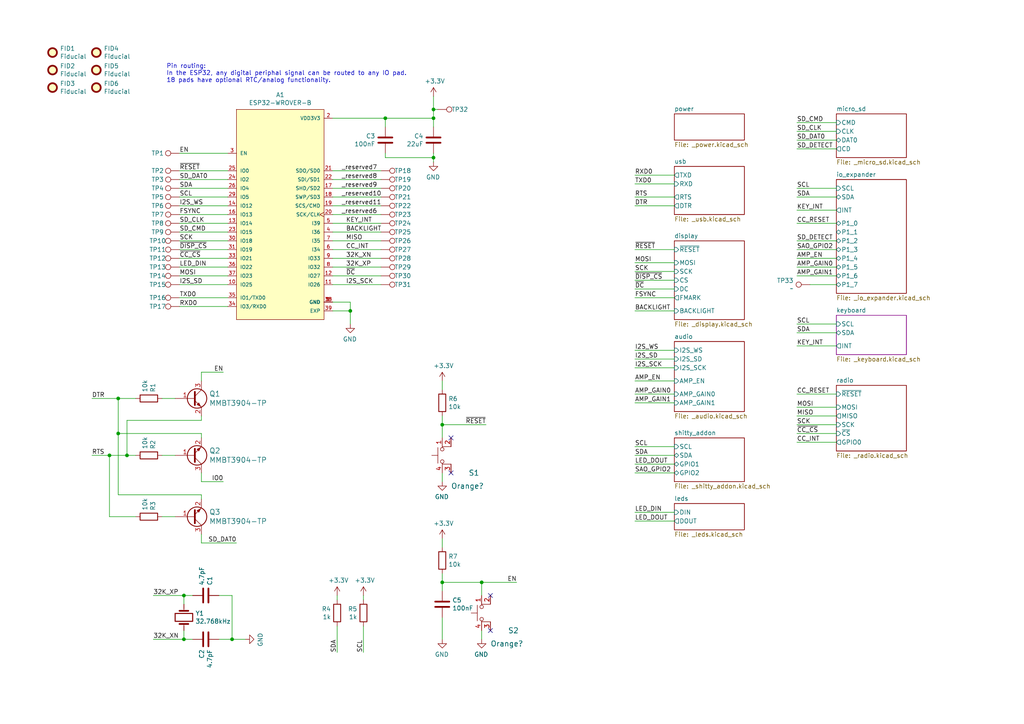
<source format=kicad_sch>
(kicad_sch (version 20230221) (generator eeschema)
  (paper "A4")
  (lib_symbols
    (symbol "Connector:TestPoint" (pin_numbers hide) (pin_names (offset 0.762) hide)
      (property "Reference" "TP" (at 0 6.858 0))
      (property "Value" "TestPoint" (at 0 5.08 0))
      (symbol "TestPoint_0_1"
        (circle (center 0 3.302) (radius 0.762))
      )
      (symbol "TestPoint_1_1"
        (pin passive line (at 0 0 90) (length 2.54) (name "1") (number "1"))
      )
    )
    (symbol "Device:C" (pin_numbers hide) (pin_names (offset 0.254))
      (property "Reference" "C" (at 0.635 2.54 0))
      (property "Value" "C" (at 0.635 -2.54 0))
      (symbol "C_0_1"
        (polyline (pts (xy -2.032 -0.762) (xy 2.032 -0.762)) (stroke (width 0.508)))
        (polyline (pts (xy -2.032 0.762) (xy 2.032 0.762)) (stroke (width 0.508)))
      )
      (symbol "C_1_1"
        (pin passive line (at 0 3.81 270) (length 2.794) (name "~") (number "1"))
        (pin passive line (at 0 -3.81 90) (length 2.794) (name "~") (number "2"))
      )
    )
    (symbol "Device:Crystal" (pin_numbers hide) (pin_names (offset 1.016) hide)
      (property "Reference" "Y" (at 0 3.81 0))
      (property "Value" "Crystal" (at 0 -3.81 0))
      (symbol "Crystal_0_1"
        (rectangle (start -1.143 2.54) (end 1.143 -2.54) (stroke (width 0.3048)))
        (polyline (pts (xy -2.54 0) (xy -1.905 0)))
        (polyline (pts (xy -1.905 -1.27) (xy -1.905 1.27)) (stroke (width 0.508)))
        (polyline (pts (xy 1.905 -1.27) (xy 1.905 1.27)) (stroke (width 0.508)))
        (polyline (pts (xy 2.54 0) (xy 1.905 0)))
      )
      (symbol "Crystal_1_1"
        (pin passive line (at -3.81 0 0) (length 1.27) (name "1") (number "1"))
        (pin passive line (at 3.81 0 180) (length 1.27) (name "2") (number "2"))
      )
    )
    (symbol "Device:Q_NPN_BEC" (pin_names (offset 0) hide)
      (property "Reference" "Q" (at 5.08 1.27 0))
      (property "Value" "Q_NPN_BEC" (at 5.08 -1.27 0))
      (symbol "Q_NPN_BEC_0_1"
        (polyline (pts (xy 0.635 0.635) (xy 2.54 2.54)))
        (polyline (pts (xy 0.635 -0.635) (xy 2.54 -2.54) (xy 2.54 -2.54)))
        (polyline (pts (xy 0.635 1.905) (xy 0.635 -1.905) (xy 0.635 -1.905)) (stroke (width 0.508)))
        (polyline (pts (xy 1.27 -1.778) (xy 1.778 -1.27) (xy 2.286 -2.286) (xy 1.27 -1.778) (xy 1.27 -1.778)) (fill (type outline)))
        (circle (center 1.27 0) (radius 2.8194) (stroke (width 0.254)))
      )
      (symbol "Q_NPN_BEC_1_1"
        (pin input line (at -5.08 0 0) (length 5.715) (name "B") (number "1"))
        (pin passive line (at 2.54 -5.08 90) (length 2.54) (name "E") (number "2"))
        (pin passive line (at 2.54 5.08 270) (length 2.54) (name "C") (number "3"))
      )
    )
    (symbol "Device:R" (pin_numbers hide) (pin_names (offset 0))
      (property "Reference" "R" (at 2.032 0 90))
      (property "Value" "R" (at 0 0 90))
      (symbol "R_0_1"
        (rectangle (start -1.016 -2.54) (end 1.016 2.54) (stroke (width 0.254)))
      )
      (symbol "R_1_1"
        (pin passive line (at 0 3.81 270) (length 1.27) (name "~") (number "1"))
        (pin passive line (at 0 -3.81 90) (length 1.27) (name "~") (number "2"))
      )
    )
    (symbol "Mechanical:Fiducial"
      (property "Reference" "FID" (at 0 5.08 0))
      (property "Value" "Fiducial" (at 0 3.175 0))
      (symbol "Fiducial_0_1"
        (circle (center 0 0) (radius 1.27) (stroke (width 0.508)) (fill (type background)))
      )
    )
    (symbol "Switch:SW_MEC_5E" (pin_names (offset 1.016) hide)
      (property "Reference" "SW" (at 0.635 5.715 0))
      (property "Value" "SW_MEC_5E" (at 0 -3.175 0))
      (symbol "SW_MEC_5E_0_1"
        (circle (center -1.778 2.54) (radius 0.508))
        (polyline (pts (xy -2.286 3.81) (xy 2.286 3.81)))
        (polyline (pts (xy 0 3.81) (xy 0 5.588)))
        (polyline (pts (xy -2.54 0) (xy -2.54 2.54) (xy -2.286 2.54)))
        (polyline (pts (xy 2.54 0) (xy 2.54 2.54) (xy 2.286 2.54)))
        (circle (center 1.778 2.54) (radius 0.508))
        (pin passive line (at -5.08 2.54 0) (length 2.54) (name "1") (number "1"))
        (pin passive line (at -5.08 0 0) (length 2.54) (name "2") (number "2"))
        (pin passive line (at 5.08 0 180) (length 2.54) (name "K") (number "3"))
        (pin passive line (at 5.08 2.54 180) (length 2.54) (name "A") (number "4"))
      )
    )
    (symbol "j_RF_Module:ESP32-WROVER-I" (pin_names (offset 1.016))
      (property "Reference" "A" (at -12.7 30.48 0))
      (property "Value" "ESP32-WROVER-I" (at -12.7254 -33.1216 0))
      (symbol "ESP32-WROVER-I_0_0"
        (pin power_in line (at 15.24 -25.4 180) (length 2.54) (name "GND") (number "1"))
        (pin bidirectional line (at -15.24 -20.32 0) (length 2.54) (name "IO25") (number "10"))
        (pin bidirectional line (at 15.24 -20.32 180) (length 2.54) (name "IO26") (number "11"))
        (pin bidirectional line (at 15.24 -17.78 180) (length 2.54) (name "IO27") (number "12"))
        (pin bidirectional line (at -15.24 -2.54 0) (length 2.54) (name "IO14") (number "13"))
        (pin bidirectional line (at -15.24 2.54 0) (length 2.54) (name "IO12") (number "14"))
        (pin power_in line (at 15.24 -25.4 180) (length 2.54) (name "GND") (number "15"))
        (pin bidirectional line (at -15.24 0 0) (length 2.54) (name "IO13") (number "16"))
        (pin bidirectional line (at 15.24 7.62 180) (length 2.54) (name "SHD/SD2") (number "17"))
        (pin bidirectional line (at 15.24 5.08 180) (length 2.54) (name "SWP/SD3") (number "18"))
        (pin bidirectional line (at 15.24 2.54 180) (length 2.54) (name "SCS/CMD") (number "19"))
        (pin power_in line (at 15.24 27.94 180) (length 2.54) (name "VDD3V3") (number "2"))
        (pin bidirectional clock (at 15.24 0 180) (length 2.54) (name "SCK/CLK") (number "20"))
        (pin bidirectional line (at 15.24 12.7 180) (length 2.54) (name "SDO/SD0") (number "21"))
        (pin bidirectional line (at 15.24 10.16 180) (length 2.54) (name "SDI/SD1") (number "22"))
        (pin bidirectional line (at -15.24 -5.08 0) (length 2.54) (name "IO15") (number "23"))
        (pin bidirectional line (at -15.24 10.16 0) (length 2.54) (name "IO2") (number "24"))
        (pin bidirectional line (at -15.24 12.7 0) (length 2.54) (name "IO0") (number "25"))
        (pin bidirectional line (at -15.24 7.62 0) (length 2.54) (name "IO4") (number "26"))
        (pin bidirectional line (at -15.24 5.08 0) (length 2.54) (name "IO5") (number "29"))
        (pin input line (at -15.24 17.78 0) (length 2.54) (name "EN") (number "3"))
        (pin bidirectional line (at -15.24 -7.62 0) (length 2.54) (name "IO18") (number "30"))
        (pin bidirectional line (at -15.24 -10.16 0) (length 2.54) (name "IO19") (number "31"))
        (pin bidirectional line (at -15.24 -12.7 0) (length 2.54) (name "IO21") (number "33"))
        (pin bidirectional line (at -15.24 -26.67 0) (length 2.54) (name "IO3/RXD0") (number "34"))
        (pin bidirectional line (at -15.24 -24.13 0) (length 2.54) (name "IO1/TXD0") (number "35"))
        (pin bidirectional line (at -15.24 -15.24 0) (length 2.54) (name "IO22") (number "36"))
        (pin bidirectional line (at -15.24 -17.78 0) (length 2.54) (name "IO23") (number "37"))
        (pin power_in line (at 15.24 -25.4 180) (length 2.54) (name "GND") (number "38"))
        (pin power_in line (at 15.24 -27.94 180) (length 2.54) (name "EXP") (number "39"))
        (pin input line (at 15.24 -5.08 180) (length 2.54) (name "I36") (number "4"))
        (pin input line (at 15.24 -2.54 180) (length 2.54) (name "I39") (number "5"))
        (pin input line (at 15.24 -10.16 180) (length 2.54) (name "I34") (number "6"))
        (pin input line (at 15.24 -7.62 180) (length 2.54) (name "I35") (number "7"))
        (pin bidirectional line (at 15.24 -15.24 180) (length 2.54) (name "IO32") (number "8"))
        (pin bidirectional line (at 15.24 -12.7 180) (length 2.54) (name "IO33") (number "9"))
      )
      (symbol "ESP32-WROVER-I_1_1"
        (rectangle (start -12.7 30.48) (end -12.7 30.48))
        (rectangle (start -12.7 30.48) (end 12.7 -30.48) (fill (type background)))
      )
    )
    (symbol "power:+3.3V" (power) (pin_names (offset 0))
      (property "Value" "+3.3V" (at 0 3.556 0))
      (symbol "+3.3V_0_1"
        (polyline (pts (xy -0.762 1.27) (xy 0 2.54)))
        (polyline (pts (xy 0 0) (xy 0 2.54)))
        (polyline (pts (xy 0 2.54) (xy 0.762 1.27)))
      )
      (symbol "+3.3V_1_1"
        (pin power_in line (at 0 0 90) (length 0) hide (name "+3.3V") (number "1"))
      )
    )
    (symbol "power:GND" (power) (pin_names (offset 0))
      (property "Value" "GND" (at 0 -3.81 0))
      (symbol "GND_0_1"
        (polyline (pts (xy 0 0) (xy 0 -1.27) (xy 1.27 -1.27) (xy 0 -2.54) (xy -1.27 -1.27) (xy 0 -1.27)))
      )
      (symbol "GND_1_1"
        (pin power_in line (at 0 0 270) (length 0) hide (name "GND") (number "1"))
      )
    )
  )
  (junction (at 128.27 168.91))
  (junction (at 128.27 123.19))
  (junction (at 34.29 115.57))
  (junction (at 125.73 31.75))
  (junction (at 101.6 90.17))
  (junction (at 125.73 45.72))
  (junction (at 53.34 185.42))
  (junction (at 67.31 185.42))
  (junction (at 125.73 34.29))
  (junction (at 36.83 132.08))
  (junction (at 53.34 172.72))
  (junction (at 139.7 168.91))
  (junction (at 111.76 34.29))
  (junction (at 34.29 125.73))
  (junction (at 31.75 132.08))
  (no_connect (at 130.81 127))
  (no_connect (at 142.24 182.88))
  (no_connect (at 130.81 137.16))
  (no_connect (at 142.24 172.72))
  (wire (pts (xy 195.58 129.54) (xy 184.15 129.54)))
  (wire (pts (xy 128.27 166.37) (xy 128.27 168.91)))
  (wire (pts (xy 242.57 120.65) (xy 231.14 120.65)))
  (wire (pts (xy 105.41 181.61) (xy 105.41 189.23)))
  (wire (pts (xy 125.73 46.99) (xy 125.73 45.72)))
  (wire (pts (xy 53.34 182.88) (xy 53.34 185.42)))
  (wire (pts (xy 55.88 185.42) (xy 53.34 185.42)))
  (wire (pts (xy 58.42 139.7) (xy 64.77 139.7)))
  (wire (pts (xy 242.57 72.39) (xy 231.14 72.39)))
  (wire (pts (xy 242.57 74.93) (xy 231.14 74.93)))
  (wire (pts (xy 52.07 82.55) (xy 66.04 82.55)))
  (wire (pts (xy 195.58 59.69) (xy 184.15 59.69)))
  (wire (pts (xy 67.31 185.42) (xy 67.31 172.72)))
  (wire (pts (xy 66.04 54.61) (xy 52.07 54.61)))
  (wire (pts (xy 184.15 57.15) (xy 195.58 57.15)))
  (wire (pts (xy 58.42 121.92) (xy 36.83 121.92)))
  (wire (pts (xy 96.52 57.15) (xy 110.49 57.15)))
  (wire (pts (xy 58.42 143.51) (xy 58.42 144.78)))
  (wire (pts (xy 58.42 107.95) (xy 64.77 107.95)))
  (wire (pts (xy 52.07 88.9) (xy 66.04 88.9)))
  (wire (pts (xy 50.8 149.86) (xy 46.99 149.86)))
  (wire (pts (xy 67.31 185.42) (xy 71.12 185.42)))
  (wire (pts (xy 184.15 132.08) (xy 195.58 132.08)))
  (wire (pts (xy 111.76 34.29) (xy 111.76 36.83)))
  (wire (pts (xy 66.04 67.31) (xy 52.07 67.31)))
  (wire (pts (xy 184.15 134.62) (xy 195.58 134.62)))
  (wire (pts (xy 231.14 60.96) (xy 242.57 60.96)))
  (wire (pts (xy 128.27 168.91) (xy 128.27 171.45)))
  (wire (pts (xy 128.27 137.16) (xy 128.27 139.7)))
  (wire (pts (xy 55.88 172.72) (xy 53.34 172.72)))
  (wire (pts (xy 128.27 156.21) (xy 128.27 158.75)))
  (wire (pts (xy 231.14 114.3) (xy 242.57 114.3)))
  (wire (pts (xy 125.73 44.45) (xy 125.73 45.72)))
  (wire (pts (xy 195.58 81.28) (xy 184.15 81.28)))
  (wire (pts (xy 195.58 110.49) (xy 184.15 110.49)))
  (wire (pts (xy 242.57 118.11) (xy 231.14 118.11)))
  (wire (pts (xy 139.7 168.91) (xy 139.7 172.72)))
  (wire (pts (xy 66.04 69.85) (xy 52.07 69.85)))
  (wire (pts (xy 96.52 54.61) (xy 110.49 54.61)))
  (wire (pts (xy 105.41 172.72) (xy 105.41 173.99)))
  (wire (pts (xy 242.57 82.55) (xy 234.95 82.55)))
  (wire (pts (xy 231.14 77.47) (xy 242.57 77.47)))
  (wire (pts (xy 67.31 172.72) (xy 63.5 172.72)))
  (wire (pts (xy 231.14 43.18) (xy 242.57 43.18)))
  (wire (pts (xy 231.14 35.56) (xy 242.57 35.56)))
  (wire (pts (xy 139.7 185.42) (xy 139.7 182.88)))
  (wire (pts (xy 96.52 62.23) (xy 110.49 62.23)))
  (wire (pts (xy 58.42 125.73) (xy 34.29 125.73)))
  (wire (pts (xy 231.14 38.1) (xy 242.57 38.1)))
  (wire (pts (xy 139.7 168.91) (xy 149.86 168.91)))
  (wire (pts (xy 52.07 86.36) (xy 66.04 86.36)))
  (wire (pts (xy 128.27 123.19) (xy 128.27 127)))
  (wire (pts (xy 58.42 143.51) (xy 34.29 143.51)))
  (wire (pts (xy 96.52 64.77) (xy 110.49 64.77)))
  (wire (pts (xy 34.29 125.73) (xy 34.29 115.57)))
  (wire (pts (xy 128.27 120.65) (xy 128.27 123.19)))
  (wire (pts (xy 195.58 72.39) (xy 184.15 72.39)))
  (wire (pts (xy 36.83 132.08) (xy 31.75 132.08)))
  (wire (pts (xy 184.15 137.16) (xy 195.58 137.16)))
  (wire (pts (xy 53.34 172.72) (xy 44.45 172.72)))
  (wire (pts (xy 96.52 59.69) (xy 110.49 59.69)))
  (wire (pts (xy 97.79 181.61) (xy 97.79 189.23)))
  (wire (pts (xy 58.42 125.73) (xy 58.42 127)))
  (wire (pts (xy 128.27 179.07) (xy 128.27 185.42)))
  (wire (pts (xy 195.58 76.2) (xy 184.15 76.2)))
  (wire (pts (xy 53.34 175.26) (xy 53.34 172.72)))
  (wire (pts (xy 39.37 132.08) (xy 36.83 132.08)))
  (wire (pts (xy 52.07 49.53) (xy 66.04 49.53)))
  (wire (pts (xy 66.04 74.93) (xy 52.07 74.93)))
  (wire (pts (xy 96.52 77.47) (xy 110.49 77.47)))
  (wire (pts (xy 184.15 114.3) (xy 195.58 114.3)))
  (wire (pts (xy 52.07 52.07) (xy 66.04 52.07)))
  (wire (pts (xy 96.52 69.85) (xy 110.49 69.85)))
  (wire (pts (xy 128.27 113.03) (xy 128.27 110.49)))
  (wire (pts (xy 96.52 67.31) (xy 110.49 67.31)))
  (wire (pts (xy 36.83 121.92) (xy 36.83 132.08)))
  (wire (pts (xy 66.04 64.77) (xy 52.07 64.77)))
  (wire (pts (xy 111.76 34.29) (xy 125.73 34.29)))
  (wire (pts (xy 195.58 104.14) (xy 184.15 104.14)))
  (wire (pts (xy 96.52 72.39) (xy 110.49 72.39)))
  (wire (pts (xy 111.76 44.45) (xy 111.76 45.72)))
  (wire (pts (xy 96.52 90.17) (xy 101.6 90.17)))
  (wire (pts (xy 111.76 45.72) (xy 125.73 45.72)))
  (wire (pts (xy 58.42 107.95) (xy 58.42 110.49)))
  (wire (pts (xy 58.42 137.16) (xy 58.42 139.7)))
  (wire (pts (xy 31.75 149.86) (xy 31.75 132.08)))
  (wire (pts (xy 66.04 72.39) (xy 52.07 72.39)))
  (wire (pts (xy 96.52 49.53) (xy 110.49 49.53)))
  (wire (pts (xy 195.58 151.13) (xy 184.15 151.13)))
  (wire (pts (xy 184.15 90.17) (xy 195.58 90.17)))
  (wire (pts (xy 53.34 185.42) (xy 44.45 185.42)))
  (wire (pts (xy 125.73 31.75) (xy 125.73 34.29)))
  (wire (pts (xy 242.57 125.73) (xy 231.14 125.73)))
  (wire (pts (xy 96.52 34.29) (xy 111.76 34.29)))
  (wire (pts (xy 101.6 90.17) (xy 101.6 93.98)))
  (wire (pts (xy 195.58 86.36) (xy 184.15 86.36)))
  (wire (pts (xy 101.6 87.63) (xy 101.6 90.17)))
  (wire (pts (xy 52.07 57.15) (xy 66.04 57.15)))
  (wire (pts (xy 52.07 44.45) (xy 66.04 44.45)))
  (wire (pts (xy 195.58 50.8) (xy 184.15 50.8)))
  (wire (pts (xy 66.04 77.47) (xy 52.07 77.47)))
  (wire (pts (xy 31.75 132.08) (xy 26.67 132.08)))
  (wire (pts (xy 128.27 168.91) (xy 139.7 168.91)))
  (wire (pts (xy 31.75 149.86) (xy 39.37 149.86)))
  (wire (pts (xy 96.52 80.01) (xy 110.49 80.01)))
  (wire (pts (xy 96.52 74.93) (xy 110.49 74.93)))
  (wire (pts (xy 34.29 115.57) (xy 26.67 115.57)))
  (wire (pts (xy 184.15 116.84) (xy 195.58 116.84)))
  (wire (pts (xy 242.57 128.27) (xy 231.14 128.27)))
  (wire (pts (xy 195.58 106.68) (xy 184.15 106.68)))
  (wire (pts (xy 34.29 115.57) (xy 39.37 115.57)))
  (wire (pts (xy 231.14 100.33) (xy 242.57 100.33)))
  (wire (pts (xy 195.58 78.74) (xy 184.15 78.74)))
  (wire (pts (xy 125.73 34.29) (xy 125.73 36.83)))
  (wire (pts (xy 231.14 57.15) (xy 242.57 57.15)))
  (wire (pts (xy 97.79 172.72) (xy 97.79 173.99)))
  (wire (pts (xy 128.27 123.19) (xy 140.97 123.19)))
  (wire (pts (xy 242.57 69.85) (xy 231.14 69.85)))
  (wire (pts (xy 231.14 96.52) (xy 242.57 96.52)))
  (wire (pts (xy 96.52 52.07) (xy 110.49 52.07)))
  (wire (pts (xy 58.42 154.94) (xy 58.42 157.48)))
  (wire (pts (xy 58.42 120.65) (xy 58.42 121.92)))
  (wire (pts (xy 66.04 59.69) (xy 52.07 59.69)))
  (wire (pts (xy 58.42 157.48) (xy 68.58 157.48)))
  (wire (pts (xy 231.14 80.01) (xy 242.57 80.01)))
  (wire (pts (xy 195.58 53.34) (xy 184.15 53.34)))
  (wire (pts (xy 50.8 115.57) (xy 46.99 115.57)))
  (wire (pts (xy 231.14 54.61) (xy 242.57 54.61)))
  (wire (pts (xy 242.57 123.19) (xy 231.14 123.19)))
  (wire (pts (xy 195.58 101.6) (xy 184.15 101.6)))
  (wire (pts (xy 66.04 80.01) (xy 52.07 80.01)))
  (wire (pts (xy 50.8 132.08) (xy 46.99 132.08)))
  (wire (pts (xy 231.14 93.98) (xy 242.57 93.98)))
  (wire (pts (xy 34.29 125.73) (xy 34.29 143.51)))
  (wire (pts (xy 127 31.75) (xy 125.73 31.75)))
  (wire (pts (xy 66.04 62.23) (xy 52.07 62.23)))
  (wire (pts (xy 242.57 64.77) (xy 231.14 64.77)))
  (wire (pts (xy 125.73 27.94) (xy 125.73 31.75)))
  (wire (pts (xy 231.14 40.64) (xy 242.57 40.64)))
  (wire (pts (xy 195.58 83.82) (xy 184.15 83.82)))
  (wire (pts (xy 110.49 82.55) (xy 96.52 82.55)))
  (wire (pts (xy 96.52 87.63) (xy 101.6 87.63)))
  (wire (pts (xy 195.58 148.59) (xy 184.15 148.59)))
  (wire (pts (xy 63.5 185.42) (xy 67.31 185.42)))
  (text "Pin routing:\nIn the ESP32, any digital periphal signal can be routed to any IO pad.\n18 pads have optional RTC/analog functionality." (at 48.26 24.13 0) (effects (font (size 1.27 1.27)) (justify left bottom)))
  (label "SD_CMD" (at 52.07 67.31 0))
  (label "~{RESET}" (at 184.15 72.39 0))
  (label "I2S_SCK" (at 100.33 82.55 0))
  (label "FSYNC" (at 52.07 62.23 0))
  (label "I2S_SD" (at 52.07 82.55 0))
  (label "AMP_EN" (at 184.15 110.49 0))
  (label "AMP_GAIN0" (at 231.14 77.47 0))
  (label "SD_CLK" (at 52.07 64.77 0))
  (label "EN" (at 64.77 107.95 180))
  (label "CC_RESET" (at 231.14 64.77 0))
  (label "SCL" (at 231.14 54.61 0))
  (label "SD_DAT0" (at 52.07 52.07 0))
  (label "~{RESET}" (at 140.97 123.19 180))
  (label "MOSI" (at 231.14 118.11 0))
  (label "LED_DOUT" (at 184.15 151.13 0))
  (label "DTR" (at 26.67 115.57 0))
  (label "~{CC_CS}" (at 52.07 74.93 0))
  (label "BACKLIGHT" (at 184.15 90.17 0))
  (label "KEY_INT" (at 231.14 100.33 0))
  (label "MISO" (at 231.14 120.65 0))
  (label "KEY_INT" (at 100.33 64.77 0))
  (label "SDA" (at 231.14 57.15 0))
  (label "AMP_GAIN1" (at 231.14 80.01 0))
  (label "SD_DETECT" (at 231.14 69.85 0))
  (label "EN" (at 52.07 44.45 0))
  (label "_reserved11" (at 99.06 59.69 0))
  (label "SCK" (at 231.14 123.19 0))
  (label "SCL" (at 184.15 129.54 0))
  (label "CC_INT" (at 231.14 128.27 0))
  (label "SCK" (at 52.07 69.85 0))
  (label "_reserved9" (at 99.06 54.61 0))
  (label "MISO" (at 100.33 69.85 0))
  (label "AMP_EN" (at 231.14 74.93 0))
  (label "_reserved6" (at 99.06 62.23 0))
  (label "MOSI" (at 52.07 80.01 0))
  (label "SDA" (at 52.07 54.61 0))
  (label "_reserved10" (at 99.06 57.15 0))
  (label "SDA" (at 231.14 96.52 0))
  (label "EN" (at 149.86 168.91 180))
  (label "IO0" (at 64.77 139.7 180))
  (label "SCL" (at 52.07 57.15 0))
  (label "SCL" (at 105.41 189.23 90))
  (label "_reserved7" (at 99.06 49.53 0))
  (label "MOSI" (at 184.15 76.2 0))
  (label "RTS" (at 184.15 57.15 0))
  (label "LED_DIN" (at 52.07 77.47 0))
  (label "I2S_WS" (at 184.15 101.6 0))
  (label "I2S_SD" (at 184.15 104.14 0))
  (label "~{CC_CS}" (at 231.14 125.73 0))
  (label "SD_DETECT" (at 231.14 43.18 0))
  (label "SDA" (at 97.79 189.23 90))
  (label "AMP_GAIN1" (at 184.15 116.84 0))
  (label "32K_XN" (at 44.45 185.42 0))
  (label "~{RESET}" (at 52.07 49.53 0))
  (label "RTS" (at 26.67 132.08 0))
  (label "I2S_WS" (at 52.07 59.69 0))
  (label "BACKLIGHT" (at 100.33 67.31 0))
  (label "~{DC}" (at 100.33 80.01 0))
  (label "~{DISP_CS}" (at 52.07 72.39 0))
  (label "I2S_SCK" (at 184.15 106.68 0))
  (label "DTR" (at 184.15 59.69 0))
  (label "LED_DIN" (at 184.15 148.59 0))
  (label "~{DISP_CS}" (at 184.15 81.28 0))
  (label "32K_XN" (at 100.33 74.93 0))
  (label "SD_CMD" (at 231.14 35.56 0))
  (label "~{DC}" (at 184.15 83.82 0))
  (label "SD_DAT0" (at 231.14 40.64 0))
  (label "SAO_GPIO2" (at 184.15 137.16 0))
  (label "32K_XP" (at 44.45 172.72 0))
  (label "LED_DOUT" (at 184.15 134.62 0))
  (label "CC_RESET" (at 231.14 114.3 0))
  (label "SDA" (at 184.15 132.08 0))
  (label "SD_CLK" (at 231.14 38.1 0))
  (label "SAO_GPIO2" (at 231.14 72.39 0))
  (label "SD_DAT0" (at 68.58 157.48 180))
  (label "RXD0" (at 52.07 88.9 0))
  (label "CC_INT" (at 100.33 72.39 0))
  (label "KEY_INT" (at 231.14 60.96 0))
  (label "_reserved8" (at 99.06 52.07 0))
  (label "AMP_GAIN0" (at 184.15 114.3 0))
  (label "FSYNC" (at 184.15 86.36 0))
  (label "TXD0" (at 52.07 86.36 0))
  (label "SCL" (at 231.14 93.98 0))
  (label "SCK" (at 184.15 78.74 0))
  (label "32K_XP" (at 100.33 77.47 0))
  (label "RXD0" (at 184.15 50.8 0))
  (label "TXD0" (at 184.15 53.34 0))
  (symbol (lib_id "j_RF_Module:ESP32-WROVER-I") (at 81.28 62.23 0) (unit 1)
    (property "Reference" "A1" (at 81.28 27.5082 0))
    (property "Value" "ESP32-WROVER-B" (at 81.28 29.8196 0))
    (property "Footprint" "XCVR_ESP32-WROVER-I" (effects hide))
    (property "Datasheet" "Module Espressif Systems" (effects hide))
    (property "Field4" "https://www.digikey.com/product-detail/en/espressif-systems/ESP32-WROVER-I/1904-1008-1-ND/8544303?utm_source=snapeda&utm_medium=aggregator&utm_campaign=symbol" (effects hide))
    (property "MPN" "ESP32-WROVER-B" (effects hide))
    (property "Field6" "Module: combo; GPIO, I2C x2, I2S x2, SDIO, SPI x3, UART x3; U.FL" (effects hide))
    (property "Manufacturer" "Espressif" (effects hide))
    (property "Field8" "1904-1008-1-ND" (effects hide))
    (property "LCSC" "C503591" (effects hide))
  )
  (symbol (lib_id "power:+3.3V") (at 97.79 172.72 0) (unit 1)
    (property "Reference" "#PWR02" (effects hide))
    (property "Value" "+3.3V" (at 98.171 168.3258 0))
  )
  (symbol (lib_id "Device:R") (at 97.79 177.8 0) (mirror y) (unit 1)
    (property "Reference" "R4" (at 96.012 176.6316 0) (effects (justify left)))
    (property "Value" "1k" (at 96.012 178.943 0) (effects (justify left)))
    (property "Footprint" "Resistor_SMD:R_0402_1005Metric" (effects hide))
  )
  (symbol (lib_id "Device:R") (at 105.41 177.8 0) (mirror y) (unit 1)
    (property "Reference" "R5" (at 103.632 176.6316 0) (effects (justify left)))
    (property "Value" "1k" (at 103.632 178.943 0) (effects (justify left)))
    (property "Footprint" "Resistor_SMD:R_0402_1005Metric" (effects hide))
  )
  (symbol (lib_id "power:+3.3V") (at 105.41 172.72 0) (unit 1)
    (property "Reference" "#PWR04" (effects hide))
    (property "Value" "+3.3V" (at 105.791 168.3258 0))
  )
  (symbol (lib_id "power:+3.3V") (at 128.27 156.21 0) (unit 1)
    (property "Reference" "#PWR09" (effects hide))
    (property "Value" "+3.3V" (at 128.651 151.8158 0))
  )
  (symbol (lib_id "Device:R") (at 128.27 162.56 0) (unit 1)
    (property "Reference" "R7" (at 130.048 161.3916 0) (effects (justify left)))
    (property "Value" "10k" (at 130.048 163.703 0) (effects (justify left)))
    (property "Footprint" "Resistor_SMD:R_0402_1005Metric" (effects hide))
  )
  (symbol (lib_id "Device:Q_NPN_BEC") (at 55.88 115.57 0) (unit 1)
    (property "Reference" "Q1" (at 60.6552 114.2238 0) (effects (font (size 1.524 1.524)) (justify left)))
    (property "Value" "MMBT3904-TP" (at 60.6552 116.9162 0) (effects (font (size 1.524 1.524)) (justify left)))
    (property "Footprint" "digikey-footprints:SOT-23-3" (effects hide))
    (property "Digi-Key_PN" "MMBT3904TPMSCT-ND" (effects hide))
    (property "MPN" "MMBT3904-TP" (effects hide))
    (property "Category" "Discrete Semiconductor Products" (effects hide))
    (property "Family" "Transistors - Bipolar (BJT) - Single" (effects hide))
    (property "DK_Datasheet_Link" "http://www.mccsemi.com/up_pdf/MMBT3904(SOT-23).pdf" (effects hide))
    (property "DK_Detail_Page" "/product-detail/en/micro-commercial-co/MMBT3904-TP/MMBT3904TPMSCT-ND/717395" (effects hide))
    (property "Description" "TRANS NPN 40V 0.2A SOT23" (effects hide))
    (property "Manufacturer" "Micro Commercial Co" (effects hide))
    (property "Status" "Active" (effects hide))
    (property "LCSC" "C909754" (effects hide))
  )
  (symbol (lib_id "Device:Q_NPN_BEC") (at 55.88 132.08 0) (mirror x) (unit 1)
    (property "Reference" "Q2" (at 60.6552 130.7338 0) (effects (font (size 1.524 1.524)) (justify left)))
    (property "Value" "MMBT3904-TP" (at 60.6552 133.4262 0) (effects (font (size 1.524 1.524)) (justify left)))
    (property "Footprint" "digikey-footprints:SOT-23-3" (effects hide))
    (property "Digi-Key_PN" "MMBT3904TPMSCT-ND" (effects hide))
    (property "MPN" "MMBT3904-TP" (effects hide))
    (property "Category" "Discrete Semiconductor Products" (effects hide))
    (property "Family" "Transistors - Bipolar (BJT) - Single" (effects hide))
    (property "DK_Datasheet_Link" "http://www.mccsemi.com/up_pdf/MMBT3904(SOT-23).pdf" (effects hide))
    (property "DK_Detail_Page" "/product-detail/en/micro-commercial-co/MMBT3904-TP/MMBT3904TPMSCT-ND/717395" (effects hide))
    (property "Description" "TRANS NPN 40V 0.2A SOT23" (effects hide))
    (property "Manufacturer" "Micro Commercial Co" (effects hide))
    (property "Status" "Active" (effects hide))
    (property "LCSC" "C909754" (effects hide))
  )
  (symbol (lib_id "Device:R") (at 43.18 115.57 270) (mirror x) (unit 1)
    (property "Reference" "R1" (at 44.3484 113.792 0) (effects (justify left)))
    (property "Value" "10k" (at 42.037 113.792 0) (effects (justify left)))
    (property "Footprint" "Resistor_SMD:R_0402_1005Metric" (effects hide))
  )
  (symbol (lib_id "Device:Crystal") (at 53.34 179.07 270) (unit 1)
    (property "Reference" "Y1" (at 56.6674 177.9016 90) (effects (justify left)))
    (property "Value" "32.768kHz" (at 56.6674 180.213 90) (effects (justify left)))
    (property "Footprint" "Crystal:Crystal_SMD_3215-2Pin_3.2x1.5mm" (effects hide))
    (property "MPN" "Q13FC1350000200" (effects hide))
    (property "LCSC" "C48615" (effects hide))
    (property "Manufacturer" "Seiko Epson" (effects hide))
  )
  (symbol (lib_id "Device:C") (at 59.69 172.72 270) (mirror x) (unit 1)
    (property "Reference" "C1" (at 60.8584 169.799 0) (effects (justify left)))
    (property "Value" "4.7pF" (at 58.547 169.799 0) (effects (justify left)))
    (property "Footprint" "Capacitor_SMD:C_0402_1005Metric" (effects hide))
    (property "Tempco" "C0G" (effects hide))
  )
  (symbol (lib_id "Device:Q_NPN_BEC") (at 55.88 149.86 0) (mirror x) (unit 1)
    (property "Reference" "Q3" (at 60.6552 148.5138 0) (effects (font (size 1.524 1.524)) (justify left)))
    (property "Value" "MMBT3904-TP" (at 60.6552 151.2062 0) (effects (font (size 1.524 1.524)) (justify left)))
    (property "Footprint" "digikey-footprints:SOT-23-3" (effects hide))
    (property "Digi-Key_PN" "MMBT3904TPMSCT-ND" (effects hide))
    (property "MPN" "MMBT3904-TP" (effects hide))
    (property "Category" "Discrete Semiconductor Products" (effects hide))
    (property "Family" "Transistors - Bipolar (BJT) - Single" (effects hide))
    (property "DK_Datasheet_Link" "http://www.mccsemi.com/up_pdf/MMBT3904(SOT-23).pdf" (effects hide))
    (property "DK_Detail_Page" "/product-detail/en/micro-commercial-co/MMBT3904-TP/MMBT3904TPMSCT-ND/717395" (effects hide))
    (property "Description" "TRANS NPN 40V 0.2A SOT23" (effects hide))
    (property "Manufacturer" "Micro Commercial Co" (effects hide))
    (property "Status" "Active" (effects hide))
    (property "LCSC" "C909754" (effects hide))
  )
  (symbol (lib_id "Device:R") (at 43.18 149.86 270) (mirror x) (unit 1)
    (property "Reference" "R3" (at 44.3484 148.082 0) (effects (justify left)))
    (property "Value" "10k" (at 42.037 148.082 0) (effects (justify left)))
    (property "Footprint" "Resistor_SMD:R_0402_1005Metric" (effects hide))
  )
  (symbol (lib_id "Connector:TestPoint") (at 52.07 44.45 90) (unit 1)
    (property "Reference" "TP1" (at 45.72 44.45 90))
    (property "Footprint" "jeffmakes_footprints:test-pad-1.4-TH" (effects hide))
  )
  (symbol (lib_id "Connector:TestPoint") (at 52.07 49.53 90) (unit 1)
    (property "Reference" "TP2" (at 45.72 49.53 90))
    (property "Footprint" "jeffmakes_footprints:test-pad-1.4-TH" (effects hide))
  )
  (symbol (lib_id "Connector:TestPoint") (at 52.07 52.07 90) (unit 1)
    (property "Reference" "TP3" (at 45.72 52.07 90))
    (property "Footprint" "jeffmakes_footprints:test-pad-1.4-TH" (effects hide))
  )
  (symbol (lib_id "Connector:TestPoint") (at 52.07 54.61 90) (unit 1)
    (property "Reference" "TP4" (at 45.72 54.61 90))
    (property "Footprint" "jeffmakes_footprints:test-pad-1.4-TH" (effects hide))
  )
  (symbol (lib_id "Connector:TestPoint") (at 52.07 57.15 90) (unit 1)
    (property "Reference" "TP5" (at 45.72 57.15 90))
    (property "Footprint" "jeffmakes_footprints:test-pad-1.4-TH" (effects hide))
  )
  (symbol (lib_id "Connector:TestPoint") (at 52.07 67.31 90) (unit 1)
    (property "Reference" "TP9" (at 45.72 67.31 90))
    (property "Footprint" "jeffmakes_footprints:test-pad-1.4-TH" (effects hide))
  )
  (symbol (lib_id "Connector:TestPoint") (at 52.07 69.85 90) (unit 1)
    (property "Reference" "TP10" (at 45.72 69.85 90))
    (property "Footprint" "jeffmakes_footprints:test-pad-1.4-TH" (effects hide))
  )
  (symbol (lib_id "Connector:TestPoint") (at 52.07 72.39 90) (unit 1)
    (property "Reference" "TP11" (at 45.72 72.39 90))
    (property "Footprint" "jeffmakes_footprints:test-pad-1.4-TH" (effects hide))
  )
  (symbol (lib_id "Connector:TestPoint") (at 52.07 74.93 90) (unit 1)
    (property "Reference" "TP12" (at 45.72 74.93 90))
    (property "Footprint" "jeffmakes_footprints:test-pad-1.4-TH" (effects hide))
  )
  (symbol (lib_id "Connector:TestPoint") (at 52.07 80.01 90) (unit 1)
    (property "Reference" "TP14" (at 45.72 80.01 90))
    (property "Footprint" "jeffmakes_footprints:test-pad-1.4-TH" (effects hide))
  )
  (symbol (lib_id "Connector:TestPoint") (at 110.49 62.23 270) (unit 1)
    (property "Reference" "TP23" (at 116.84 62.23 90))
    (property "Footprint" "jeffmakes_footprints:test-pad-1.4-TH" (effects hide))
  )
  (symbol (lib_id "Connector:TestPoint") (at 110.49 67.31 270) (unit 1)
    (property "Reference" "TP25" (at 116.84 67.31 90))
    (property "Footprint" "jeffmakes_footprints:test-pad-1.4-TH" (effects hide))
  )
  (symbol (lib_id "Connector:TestPoint") (at 110.49 69.85 270) (unit 1)
    (property "Reference" "TP26" (at 116.84 69.85 90))
    (property "Footprint" "jeffmakes_footprints:test-pad-1.4-TH" (effects hide))
  )
  (symbol (lib_id "Connector:TestPoint") (at 110.49 74.93 270) (unit 1)
    (property "Reference" "TP28" (at 116.84 74.93 90))
    (property "Footprint" "jeffmakes_footprints:test-pad-1.4-TH" (effects hide))
  )
  (symbol (lib_id "Connector:TestPoint") (at 110.49 77.47 270) (unit 1)
    (property "Reference" "TP29" (at 116.84 77.47 90))
    (property "Footprint" "jeffmakes_footprints:test-pad-1.4-TH" (effects hide))
  )
  (symbol (lib_id "Connector:TestPoint") (at 110.49 80.01 270) (unit 1)
    (property "Reference" "TP30" (at 116.84 80.01 90))
    (property "Footprint" "jeffmakes_footprints:test-pad-1.4-TH" (effects hide))
  )
  (symbol (lib_id "Connector:TestPoint") (at 110.49 82.55 270) (unit 1)
    (property "Reference" "TP31" (at 116.84 82.55 90))
    (property "Footprint" "jeffmakes_footprints:test-pad-1.4-TH" (effects hide))
  )
  (symbol (lib_id "Mechanical:Fiducial") (at 15.24 15.24 0) (unit 1)
    (property "Reference" "FID1" (at 17.399 14.0716 0) (effects (justify left)))
    (property "Value" "Fiducial" (at 17.399 16.383 0) (effects (justify left)))
    (property "Footprint" "Fiducial:Fiducial_1mm_Mask2mm" (effects hide))
  )
  (symbol (lib_id "Mechanical:Fiducial") (at 15.24 20.32 0) (unit 1)
    (property "Reference" "FID2" (at 17.399 19.1516 0) (effects (justify left)))
    (property "Value" "Fiducial" (at 17.399 21.463 0) (effects (justify left)))
    (property "Footprint" "Fiducial:Fiducial_1mm_Mask2mm" (effects hide))
  )
  (symbol (lib_id "Mechanical:Fiducial") (at 15.24 25.4 0) (unit 1)
    (property "Reference" "FID3" (at 17.399 24.2316 0) (effects (justify left)))
    (property "Value" "Fiducial" (at 17.399 26.543 0) (effects (justify left)))
    (property "Footprint" "Fiducial:Fiducial_1mm_Mask2mm" (effects hide))
  )
  (symbol (lib_id "Mechanical:Fiducial") (at 27.94 15.24 0) (unit 1)
    (property "Reference" "FID4" (at 30.099 14.0716 0) (effects (justify left)))
    (property "Value" "Fiducial" (at 30.099 16.383 0) (effects (justify left)))
    (property "Footprint" "Fiducial:Fiducial_1mm_Mask2mm" (effects hide))
  )
  (symbol (lib_id "Mechanical:Fiducial") (at 27.94 20.32 0) (unit 1)
    (property "Reference" "FID5" (at 30.099 19.1516 0) (effects (justify left)))
    (property "Value" "Fiducial" (at 30.099 21.463 0) (effects (justify left)))
    (property "Footprint" "Fiducial:Fiducial_1mm_Mask2mm" (effects hide))
  )
  (symbol (lib_id "Mechanical:Fiducial") (at 27.94 25.4 0) (unit 1)
    (property "Reference" "FID6" (at 30.099 24.2316 0) (effects (justify left)))
    (property "Value" "Fiducial" (at 30.099 26.543 0) (effects (justify left)))
    (property "Footprint" "Fiducial:Fiducial_1mm_Mask2mm" (effects hide))
  )
  (symbol (lib_id "Switch:SW_MEC_5E") (at 130.81 132.08 90) (mirror x) (unit 1)
    (property "Reference" "S1" (at 135.89 137.16 90) (effects (font (size 1.524 1.524)) (justify right)))
    (property "Value" "Orange?" (at 130.81 140.97 90) (effects (font (size 1.524 1.524)) (justify right)))
    (property "Footprint" "digikey-footprints:Switch_Tactile_SMD_6x6mm_PTS645" (effects hide))
    (property "Datasheet" "http://www.apem.com/int/index.php?controller=attachment&id_attachment=1371" (effects hide))
    (property "Digi-Key_PN" "CKN9112CT-ND" (effects hide))
    (property "Category" "Switches" (effects hide))
    (property "Family" "Tactile Switches" (effects hide))
    (property "DK_Datasheet_Link" "https://www.ckswitches.com/media/1471/pts645.pdf" (effects hide))
    (property "DK_Detail_Page" "/product-detail/en/c-k/PTS645SM43SMTR92-LFS/CKN9112CT-ND/1146934" (effects hide))
    (property "Description" "SWITCH TACTILE SPST-NO 0.05A 12V" (effects hide))
    (property "Manufacturer" "C&K" (effects hide))
    (property "Status" "Active" (effects hide))
  )
  (symbol (lib_id "power:GND") (at 128.27 139.7 0) (mirror y) (unit 1)
    (property "Reference" "#PWR08" (effects hide))
    (property "Value" "GND" (at 128.143 144.0942 0))
  )
  (symbol (lib_id "Connector:TestPoint") (at 234.95 82.55 90) (mirror x) (unit 1)
    (property "Reference" "TP33" (at 230.1748 81.3816 90) (effects (justify left)))
    (property "Value" "~" (at 230.1748 83.693 90) (effects (justify left)))
    (property "Footprint" "TestPoint:TestPoint_Pad_D1.0mm" (effects hide))
  )
  (symbol (lib_id "Device:R") (at 128.27 116.84 0) (unit 1)
    (property "Reference" "R6" (at 130.048 115.6716 0) (effects (justify left)))
    (property "Value" "10k" (at 130.048 117.983 0) (effects (justify left)))
    (property "Footprint" "Resistor_SMD:R_0402_1005Metric" (effects hide))
  )
  (symbol (lib_id "power:+3.3V") (at 128.27 110.49 0) (unit 1)
    (property "Reference" "#PWR07" (effects hide))
    (property "Value" "+3.3V" (at 128.651 106.0958 0))
  )
  (symbol (lib_id "Switch:SW_MEC_5E") (at 142.24 177.8 90) (mirror x) (unit 1)
    (property "Reference" "S2" (at 147.32 182.88 90) (effects (font (size 1.524 1.524)) (justify right)))
    (property "Value" "Orange?" (at 142.24 186.69 90) (effects (font (size 1.524 1.524)) (justify right)))
    (property "Footprint" "digikey-footprints:Switch_Tactile_SMD_6x6mm_PTS645" (effects hide))
    (property "Datasheet" "http://www.apem.com/int/index.php?controller=attachment&id_attachment=1371" (effects hide))
    (property "Digi-Key_PN" "CKN9112CT-ND" (effects hide))
    (property "Category" "Switches" (effects hide))
    (property "Family" "Tactile Switches" (effects hide))
    (property "DK_Datasheet_Link" "https://www.ckswitches.com/media/1471/pts645.pdf" (effects hide))
    (property "DK_Detail_Page" "/product-detail/en/c-k/PTS645SM43SMTR92-LFS/CKN9112CT-ND/1146934" (effects hide))
    (property "Description" "SWITCH TACTILE SPST-NO 0.05A 12V" (effects hide))
    (property "Manufacturer" "C&K" (effects hide))
    (property "Status" "Active" (effects hide))
  )
  (symbol (lib_id "power:GND") (at 128.27 185.42 0) (mirror y) (unit 1)
    (property "Reference" "#PWR010" (effects hide))
    (property "Value" "GND" (at 128.143 189.8142 0))
  )
  (symbol (lib_id "Device:C") (at 128.27 175.26 0) (unit 1)
    (property "Reference" "C5" (at 131.191 174.0916 0) (effects (justify left)))
    (property "Value" "100nF" (at 131.191 176.403 0) (effects (justify left)))
    (property "Footprint" "Capacitor_SMD:C_0402_1005Metric" (effects hide))
  )
  (symbol (lib_id "power:GND") (at 139.7 185.42 0) (mirror y) (unit 1)
    (property "Reference" "#PWR011" (effects hide))
    (property "Value" "GND" (at 139.573 189.8142 0))
  )
  (symbol (lib_id "Device:R") (at 43.18 132.08 270) (mirror x) (unit 1)
    (property "Reference" "R2" (at 44.3484 130.302 0) (effects (justify left)))
    (property "Value" "10k" (at 42.037 130.302 0) (effects (justify left)))
    (property "Footprint" "Resistor_SMD:R_0402_1005Metric" (effects hide))
  )
  (symbol (lib_id "Device:C") (at 111.76 40.64 0) (mirror y) (unit 1)
    (property "Reference" "C3" (at 108.839 39.4716 0) (effects (justify left)))
    (property "Value" "100nF" (at 108.839 41.783 0) (effects (justify left)))
    (property "Footprint" "Capacitor_SMD:C_0402_1005Metric" (effects hide))
  )
  (symbol (lib_id "Device:C") (at 125.73 40.64 0) (mirror y) (unit 1)
    (property "Reference" "C4" (at 122.809 39.4716 0) (effects (justify left)))
    (property "Value" "22uF" (at 122.809 41.783 0) (effects (justify left)))
    (property "Footprint" "Capacitor_SMD:C_0603_1608Metric" (effects hide))
  )
  (symbol (lib_id "power:GND") (at 125.73 46.99 0) (mirror y) (unit 1)
    (property "Reference" "#PWR06" (effects hide))
    (property "Value" "GND" (at 125.603 51.3842 0))
  )
  (symbol (lib_id "power:GND") (at 101.6 93.98 0) (mirror y) (unit 1)
    (property "Reference" "#PWR03" (effects hide))
    (property "Value" "GND" (at 101.473 98.3742 0))
  )
  (symbol (lib_id "Device:C") (at 59.69 185.42 90) (mirror x) (unit 1)
    (property "Reference" "C2" (at 58.5216 188.341 0) (effects (justify left)))
    (property "Value" "4.7pF" (at 60.833 188.341 0) (effects (justify left)))
    (property "Footprint" "Capacitor_SMD:C_0402_1005Metric" (effects hide))
    (property "Tempco" "C0G" (effects hide))
  )
  (symbol (lib_id "power:GND") (at 71.12 185.42 90) (mirror x) (unit 1)
    (property "Reference" "#PWR01" (effects hide))
    (property "Value" "GND" (at 75.5142 185.547 0))
  )
  (symbol (lib_id "Connector:TestPoint") (at 52.07 88.9 90) (unit 1)
    (property "Reference" "TP17" (at 45.72 88.9 90))
    (property "Footprint" "jeffmakes_footprints:test-pad-1.4-TH" (effects hide))
  )
  (symbol (lib_id "Connector:TestPoint") (at 52.07 59.69 90) (unit 1)
    (property "Reference" "TP6" (at 45.72 59.69 90))
    (property "Footprint" "jeffmakes_footprints:test-pad-1.4-TH" (effects hide))
  )
  (symbol (lib_id "Connector:TestPoint") (at 52.07 62.23 90) (unit 1)
    (property "Reference" "TP7" (at 45.72 62.23 90))
    (property "Footprint" "jeffmakes_footprints:test-pad-1.4-TH" (effects hide))
  )
  (symbol (lib_id "Connector:TestPoint") (at 52.07 64.77 90) (unit 1)
    (property "Reference" "TP8" (at 45.72 64.77 90))
    (property "Footprint" "jeffmakes_footprints:test-pad-1.4-TH" (effects hide))
  )
  (symbol (lib_id "Connector:TestPoint") (at 52.07 77.47 90) (unit 1)
    (property "Reference" "TP13" (at 45.72 77.47 90))
    (property "Footprint" "jeffmakes_footprints:test-pad-1.4-TH" (effects hide))
  )
  (symbol (lib_id "Connector:TestPoint") (at 52.07 82.55 90) (unit 1)
    (property "Reference" "TP15" (at 45.72 82.55 90))
    (property "Footprint" "jeffmakes_footprints:test-pad-1.4-TH" (effects hide))
  )
  (symbol (lib_id "Connector:TestPoint") (at 110.49 49.53 270) (unit 1)
    (property "Reference" "TP18" (at 116.84 49.53 90))
    (property "Footprint" "jeffmakes_footprints:test-pad-1.4-TH" (effects hide))
  )
  (symbol (lib_id "Connector:TestPoint") (at 110.49 52.07 270) (unit 1)
    (property "Reference" "TP19" (at 116.84 52.07 90))
    (property "Footprint" "jeffmakes_footprints:test-pad-1.4-TH" (effects hide))
  )
  (symbol (lib_id "Connector:TestPoint") (at 110.49 54.61 270) (unit 1)
    (property "Reference" "TP20" (at 116.84 54.61 90))
    (property "Footprint" "jeffmakes_footprints:test-pad-1.4-TH" (effects hide))
  )
  (symbol (lib_id "Connector:TestPoint") (at 110.49 57.15 270) (unit 1)
    (property "Reference" "TP21" (at 116.84 57.15 90))
    (property "Footprint" "jeffmakes_footprints:test-pad-1.4-TH" (effects hide))
  )
  (symbol (lib_id "Connector:TestPoint") (at 110.49 59.69 270) (unit 1)
    (property "Reference" "TP22" (at 116.84 59.69 90))
    (property "Footprint" "jeffmakes_footprints:test-pad-1.4-TH" (effects hide))
  )
  (symbol (lib_id "Connector:TestPoint") (at 110.49 64.77 270) (unit 1)
    (property "Reference" "TP24" (at 116.84 64.77 90))
    (property "Footprint" "jeffmakes_footprints:test-pad-1.4-TH" (effects hide))
  )
  (symbol (lib_id "Connector:TestPoint") (at 110.49 72.39 270) (unit 1)
    (property "Reference" "TP27" (at 116.84 72.39 90))
    (property "Footprint" "jeffmakes_footprints:test-pad-1.4-TH" (effects hide))
  )
  (symbol (lib_id "Connector:TestPoint") (at 127 31.75 270) (unit 1)
    (property "Reference" "TP32" (at 133.35 31.75 90))
    (property "Footprint" "jeffmakes_footprints:test-pad-1.4-TH" (effects hide))
  )
  (symbol (lib_id "power:+3.3V") (at 125.73 27.94 0) (unit 1)
    (property "Reference" "#PWR05" (effects hide))
    (property "Value" "+3.3V" (at 126.111 23.5458 0))
  )
  (symbol (lib_id "Connector:TestPoint") (at 52.07 86.36 90) (unit 1)
    (property "Reference" "TP16" (at 45.72 86.36 90))
    (property "Footprint" "jeffmakes_footprints:test-pad-1.4-TH" (effects hide))
  )
  (sheet (at 195.58 127) (size 20.32 12.7)
    (property "Sheetname" "shitty_addon" (at 195.58 126.2884 0) (effects (justify left bottom)))
    (property "Sheetfile" "_shitty_addon.kicad_sch" (at 195.58 140.2846 0) (effects (justify left top)))
    (pin "SDA" bidirectional (at 195.58 132.08 180))
    (pin "SCL" input (at 195.58 129.54 180))
    (pin "GPIO1" bidirectional (at 195.58 134.62 180))
    (pin "GPIO2" bidirectional (at 195.58 137.16 180))
  )
  (sheet (at 195.58 99.06) (size 20.32 20.32)
    (property "Sheetname" "audio" (at 195.58 98.3484 0) (effects (justify left bottom)))
    (property "Sheetfile" "_audio.kicad_sch" (at 195.58 119.9646 0) (effects (justify left top)))
    (pin "I2S_WS" input (at 195.58 101.6 180))
    (pin "I2S_SD" input (at 195.58 104.14 180))
    (pin "I2S_SCK" input (at 195.58 106.68 180))
    (pin "AMP_EN" input (at 195.58 110.49 180))
    (pin "AMP_GAIN0" input (at 195.58 114.3 180))
    (pin "AMP_GAIN1" input (at 195.58 116.84 180))
  )
  (sheet (at 195.58 33.02) (size 20.32 7.62)
    (property "Sheetname" "power" (at 195.58 32.3084 0) (effects (justify left bottom)))
    (property "Sheetfile" "_power.kicad_sch" (at 195.58 41.2246 0) (effects (justify left top)))
  )
  (sheet (at 242.57 111.76) (size 20.32 19.05)
    (property "Sheetname" "radio" (at 242.57 111.0484 0) (effects (justify left bottom)))
    (property "Sheetfile" "_radio.kicad_sch" (at 242.57 131.3946 0) (effects (justify left top)))
    (pin "MOSI" input (at 242.57 118.11 180))
    (pin "MISO" output (at 242.57 120.65 180))
    (pin "~{CS}" input (at 242.57 125.73 180))
    (pin "SCK" input (at 242.57 123.19 180))
    (pin "~{RESET}" input (at 242.57 114.3 180))
    (pin "GPIO0" output (at 242.57 128.27 180))
  )
  (sheet (at 195.58 48.26) (size 20.32 13.97)
    (property "Sheetname" "usb" (at 195.58 47.5484 0) (effects (justify left bottom)))
    (property "Sheetfile" "_usb.kicad_sch" (at 195.58 62.8146 0) (effects (justify left top)))
    (pin "RTS" output (at 195.58 57.15 180))
    (pin "RXD" input (at 195.58 53.34 180))
    (pin "TXD" output (at 195.58 50.8 180))
    (pin "DTR" output (at 195.58 59.69 180))
  )
  (sheet (at 242.57 52.07) (size 20.32 33.02)
    (property "Sheetname" "io_expander" (at 242.57 51.3584 0) (effects (justify left bottom)))
    (property "Sheetfile" "_io_expander.kicad_sch" (at 242.57 85.6746 0) (effects (justify left top)))
    (pin "SCL" input (at 242.57 54.61 180))
    (pin "SDA" bidirectional (at 242.57 57.15 180))
    (pin "P1_3" bidirectional (at 242.57 72.39 180))
    (pin "P1_2" bidirectional (at 242.57 69.85 180))
    (pin "P1_1" bidirectional (at 242.57 67.31 180))
    (pin "P1_0" bidirectional (at 242.57 64.77 180))
    (pin "P1_4" bidirectional (at 242.57 74.93 180))
    (pin "P1_5" bidirectional (at 242.57 77.47 180))
    (pin "P1_6" bidirectional (at 242.57 80.01 180))
    (pin "P1_7" bidirectional (at 242.57 82.55 180))
    (pin "INT" output (at 242.57 60.96 180))
  )
  (sheet (at 242.57 33.02) (size 20.32 12.7)
    (property "Sheetname" "micro_sd" (at 242.57 32.3084 0) (effects (justify left bottom)))
    (property "Sheetfile" "_micro_sd.kicad_sch" (at 242.57 46.3046 0) (effects (justify left top)))
    (pin "CMD" input (at 242.57 35.56 180))
    (pin "CLK" input (at 242.57 38.1 180))
    (pin "DAT0" bidirectional (at 242.57 40.64 180))
    (pin "CD" output (at 242.57 43.18 180))
  )
  (sheet (at 195.58 69.85) (size 20.32 22.86)
    (property "Sheetname" "display" (at 195.58 69.1384 0) (effects (justify left bottom)))
    (property "Sheetfile" "_display.kicad_sch" (at 195.58 93.2946 0) (effects (justify left top)))
    (pin "BACKLIGHT" input (at 195.58 90.17 180))
    (pin "CS" input (at 195.58 81.28 180))
    (pin "DC" input (at 195.58 83.82 180))
    (pin "~{RESET}" input (at 195.58 72.39 180))
    (pin "MOSI" input (at 195.58 76.2 180))
    (pin "FMARK" output (at 195.58 86.36 180))
    (pin "SCK" input (at 195.58 78.74 180))
  )
  (sheet (at 195.58 146.05) (size 20.32 7.62)
    (property "Sheetname" "leds" (at 195.58 145.3384 0) (effects (justify left bottom)))
    (property "Sheetfile" "_leds.kicad_sch" (at 195.58 154.2546 0) (effects (justify left top)))
    (pin "DIN" input (at 195.58 148.59 180))
    (pin "DOUT" output (at 195.58 151.13 180))
  )
  (sheet (at 242.57 91.44) (size 20.32 11.43) (stroke (width 0.1524) (color 132 0 132 1)) (fill (color 255 255 255 0.0000))
    (property "Sheetname" "keyboard" (at 242.57 90.7284 0) (effects (justify left bottom)))
    (property "Sheetfile" "_keyboard.kicad_sch" (at 242.57 103.4546 0) (effects (justify left top)))
    (pin "SCL" input (at 242.57 93.98 180))
    (pin "SDA" bidirectional (at 242.57 96.52 180))
    (pin "INT" output (at 242.57 100.33 180))
  )
)
</source>
